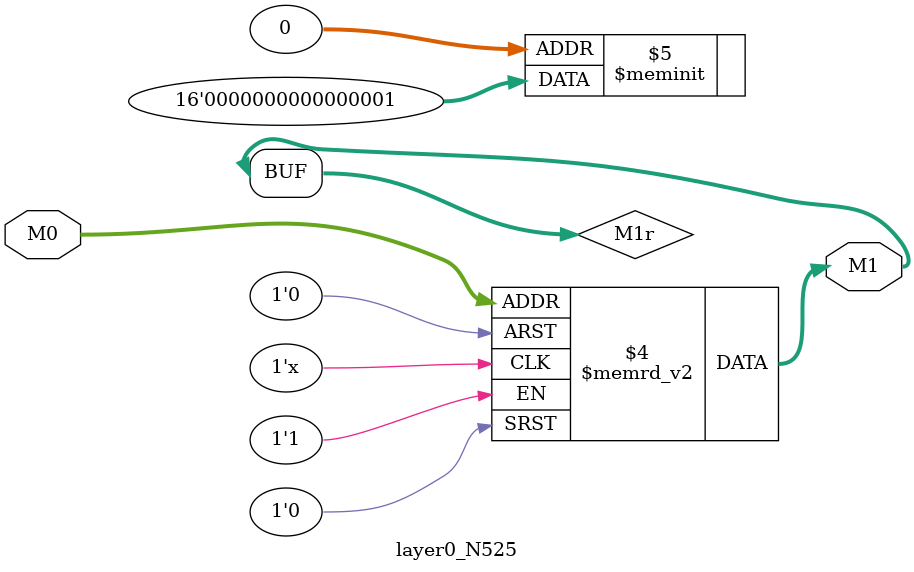
<source format=v>
module layer0_N525 ( input [2:0] M0, output [1:0] M1 );

	(*rom_style = "distributed" *) reg [1:0] M1r;
	assign M1 = M1r;
	always @ (M0) begin
		case (M0)
			3'b000: M1r = 2'b01;
			3'b100: M1r = 2'b00;
			3'b010: M1r = 2'b00;
			3'b110: M1r = 2'b00;
			3'b001: M1r = 2'b00;
			3'b101: M1r = 2'b00;
			3'b011: M1r = 2'b00;
			3'b111: M1r = 2'b00;

		endcase
	end
endmodule

</source>
